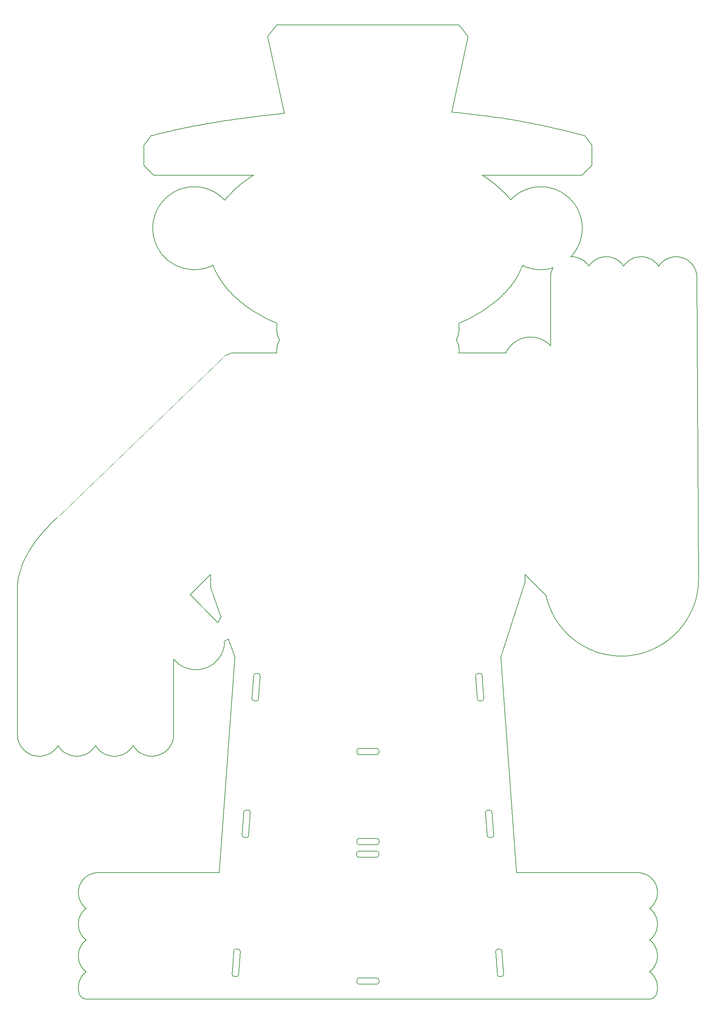
<source format=gbr>
G04 #@! TF.GenerationSoftware,KiCad,Pcbnew,(5.1.10)-1*
G04 #@! TF.CreationDate,2021-11-11T13:48:34+02:00*
G04 #@! TF.ProjectId,airguard_v1,61697267-7561-4726-945f-76312e6b6963,rev?*
G04 #@! TF.SameCoordinates,Original*
G04 #@! TF.FileFunction,Profile,NP*
%FSLAX46Y46*%
G04 Gerber Fmt 4.6, Leading zero omitted, Abs format (unit mm)*
G04 Created by KiCad (PCBNEW (5.1.10)-1) date 2021-11-11 13:48:34*
%MOMM*%
%LPD*%
G01*
G04 APERTURE LIST*
G04 #@! TA.AperFunction,Profile*
%ADD10C,0.050000*%
G04 #@! TD*
G04 #@! TA.AperFunction,Profile*
%ADD11C,0.200000*%
G04 #@! TD*
G04 APERTURE END LIST*
D10*
X49015170Y-148343158D02*
X90695313Y-108149918D01*
D11*
X93519499Y-262339335D02*
X92921063Y-262296030D01*
X94473029Y-256091900D02*
X94054281Y-261876738D01*
X96509427Y-221034529D02*
X95910993Y-220991210D01*
X128389289Y-231190833D02*
G75*
G02*
X128889289Y-231690833I0J-500000D01*
G01*
X94010433Y-255557106D02*
G75*
G02*
X94473029Y-256091900I-36099J-498695D01*
G01*
X92877205Y-255976383D02*
G75*
G02*
X93411999Y-255513787I498695J-36099D01*
G01*
X128889289Y-232190833D02*
X128889289Y-231690833D01*
X123389289Y-231690833D02*
G75*
G02*
X123889289Y-231190833I500000J0D01*
G01*
X123389289Y-232190833D02*
X123389289Y-231690833D01*
X92921064Y-262296031D02*
G75*
G02*
X92458455Y-261761235I36087J498697D01*
G01*
X128889289Y-232190833D02*
G75*
G02*
X128389289Y-232690833I-500000J0D01*
G01*
X94010433Y-255557106D02*
X93411999Y-255513787D01*
X148786513Y-107455215D02*
X160442649Y-107455215D01*
X160442649Y-107455215D02*
X160537142Y-107259448D01*
X160537142Y-107259448D02*
X160638271Y-107066226D01*
X160638271Y-107066226D02*
X160746042Y-106875715D01*
X160746042Y-106875715D02*
X160860459Y-106688080D01*
X160860459Y-106688080D02*
X160981527Y-106503485D01*
X160981527Y-106503485D02*
X161109253Y-106322096D01*
X161109253Y-106322096D02*
X161243640Y-106144079D01*
X161243640Y-106144079D02*
X161384694Y-105969598D01*
X161384694Y-105969598D02*
X161532420Y-105798818D01*
X161532420Y-105798818D02*
X161686823Y-105631906D01*
X161686823Y-105631906D02*
X161793471Y-105522861D01*
X123889289Y-232690833D02*
X128389289Y-232690833D01*
X95376199Y-221453806D02*
X94957449Y-227238658D01*
X96018492Y-227816758D02*
X95420057Y-227773453D01*
X94054282Y-261876737D02*
G75*
G02*
X93519499Y-262339335I-498696J36099D01*
G01*
X92877205Y-255976383D02*
X92458455Y-261761235D01*
X95420057Y-227773453D02*
G75*
G02*
X94957449Y-227238658I36087J498696D01*
G01*
X96553275Y-227354162D02*
G75*
G02*
X96018492Y-227816758I-498695J36100D01*
G01*
X96972023Y-221569323D02*
X96553275Y-227354161D01*
X96509427Y-221034529D02*
G75*
G02*
X96972023Y-221569323I-36099J-498695D01*
G01*
X95376199Y-221453806D02*
G75*
G02*
X95910993Y-220991210I498695J-36099D01*
G01*
X123889289Y-231190833D02*
X128389289Y-231190833D01*
X123889289Y-232690833D02*
G75*
G02*
X123389289Y-232190833I0J500000D01*
G01*
X156427474Y-220991199D02*
G75*
G02*
X156962075Y-221451680I36064J-498698D01*
G01*
X56210596Y-245403901D02*
X55993897Y-245579677D01*
X55993897Y-245579677D02*
X55787522Y-245767155D01*
X55787522Y-245767155D02*
X55591974Y-245965826D01*
X55591974Y-245965826D02*
X55407759Y-246175182D01*
X55407759Y-246175182D02*
X55235381Y-246394716D01*
X55235381Y-246394716D02*
X55075345Y-246623920D01*
X55075345Y-246623920D02*
X54928155Y-246862287D01*
X54928155Y-246862287D02*
X54794317Y-247109309D01*
X54794317Y-247109309D02*
X54674334Y-247364477D01*
X54674334Y-247364477D02*
X54568711Y-247627285D01*
X54568711Y-247627285D02*
X54477954Y-247897225D01*
X54477954Y-247897225D02*
X54402566Y-248173789D01*
X54402566Y-248173789D02*
X54343053Y-248456470D01*
X54343053Y-248456470D02*
X54299919Y-248744759D01*
X54299919Y-248744759D02*
X54273668Y-249038149D01*
X54273668Y-249038149D02*
X54264806Y-249336133D01*
X88487007Y-184066732D02*
X88730692Y-183810884D01*
X88730692Y-183810884D02*
X88960097Y-183545180D01*
X88960097Y-183545180D02*
X89175023Y-183270100D01*
X89175023Y-183270100D02*
X89375270Y-182986123D01*
X89375270Y-182986123D02*
X89560641Y-182693729D01*
X89560641Y-182693729D02*
X89730935Y-182393396D01*
X89730935Y-182393396D02*
X89885954Y-182085604D01*
X89885954Y-182085604D02*
X90025500Y-181770834D01*
X90025500Y-181770834D02*
X90149373Y-181449563D01*
X90149373Y-181449563D02*
X90257375Y-181122271D01*
X90257375Y-181122271D02*
X90349306Y-180789439D01*
X90349306Y-180789439D02*
X90424969Y-180451545D01*
X90424969Y-180451545D02*
X90484164Y-180109069D01*
X90484164Y-180109069D02*
X90526692Y-179762489D01*
X90526692Y-179762489D02*
X90552355Y-179412287D01*
X90552355Y-179412287D02*
X90560954Y-179058941D01*
X88893873Y-174500390D02*
X89691412Y-173093413D01*
X90558543Y-179010709D02*
X91578291Y-178521506D01*
X78478315Y-184074311D02*
X78734009Y-184317238D01*
X78734009Y-184317238D02*
X78999512Y-184545919D01*
X78999512Y-184545919D02*
X79274347Y-184760156D01*
X79274347Y-184760156D02*
X79558034Y-184959754D01*
X79558034Y-184959754D02*
X79850097Y-185144515D01*
X79850097Y-185144515D02*
X80150057Y-185314242D01*
X80150057Y-185314242D02*
X80457437Y-185468739D01*
X80457437Y-185468739D02*
X80771758Y-185607809D01*
X80771758Y-185607809D02*
X81092542Y-185731254D01*
X81092542Y-185731254D02*
X81419313Y-185838879D01*
X81419313Y-185838879D02*
X81751591Y-185930486D01*
X81751591Y-185930486D02*
X82088899Y-186005878D01*
X82088899Y-186005878D02*
X82430758Y-186064860D01*
X82430758Y-186064860D02*
X82776692Y-186107233D01*
X82776692Y-186107233D02*
X83126222Y-186132801D01*
X83126222Y-186132801D02*
X83478871Y-186141368D01*
X155393185Y-221567331D02*
G75*
G02*
X155855817Y-221032540I498696J36093D01*
G01*
X87138596Y-165750537D02*
X87138596Y-162458404D01*
X154507767Y-187540378D02*
X154951091Y-193323430D01*
X77941914Y-202205848D02*
X77941914Y-183548589D01*
X153973164Y-187079897D02*
G75*
G02*
X154507767Y-187540378I36065J-498699D01*
G01*
X152938877Y-187656029D02*
G75*
G02*
X153401509Y-187121238I498696J36093D01*
G01*
X152938877Y-187656029D02*
X153357553Y-193440898D01*
X89272489Y-236520377D02*
X59216098Y-236520377D01*
X87138596Y-162458404D02*
X82078440Y-167552322D01*
X156962075Y-221451680D02*
X157405400Y-227234732D01*
X54264806Y-241471669D02*
X54273668Y-241769644D01*
X54273668Y-241769644D02*
X54299919Y-242063014D01*
X54299919Y-242063014D02*
X54343053Y-242351272D01*
X54343053Y-242351272D02*
X54402566Y-242633914D01*
X54402566Y-242633914D02*
X54477954Y-242910436D01*
X54477954Y-242910436D02*
X54568711Y-243180333D01*
X54568711Y-243180333D02*
X54674334Y-243443101D01*
X54674334Y-243443101D02*
X54794317Y-243698234D01*
X54794317Y-243698234D02*
X54928155Y-243945227D01*
X54928155Y-243945227D02*
X55075345Y-244183578D01*
X55075345Y-244183578D02*
X55235381Y-244412779D01*
X55235381Y-244412779D02*
X55407759Y-244632328D01*
X55407759Y-244632328D02*
X55591974Y-244841719D01*
X55591974Y-244841719D02*
X55787522Y-245040448D01*
X55787522Y-245040448D02*
X55993897Y-245228010D01*
X55993897Y-245228010D02*
X56210596Y-245403901D01*
X123919289Y-207210833D02*
X128419289Y-207210833D01*
X123419289Y-206210833D02*
G75*
G02*
X123919289Y-205710833I500000J0D01*
G01*
X56210596Y-261132140D02*
X55993954Y-261308030D01*
X55993954Y-261308030D02*
X55787621Y-261495592D01*
X55787621Y-261495592D02*
X55592102Y-261694320D01*
X55592102Y-261694320D02*
X55407905Y-261903712D01*
X55407905Y-261903712D02*
X55235534Y-262123260D01*
X55235534Y-262123260D02*
X55075497Y-262352462D01*
X55075497Y-262352462D02*
X54928298Y-262590812D01*
X54928298Y-262590812D02*
X54794446Y-262837806D01*
X54794446Y-262837806D02*
X54674445Y-263092939D01*
X54674445Y-263092939D02*
X54568802Y-263355706D01*
X54568802Y-263355706D02*
X54478023Y-263625603D01*
X54478023Y-263625603D02*
X54402615Y-263902125D01*
X54402615Y-263902125D02*
X54343082Y-264184768D01*
X54343082Y-264184768D02*
X54299933Y-264473026D01*
X54299933Y-264473026D02*
X54273672Y-264766396D01*
X54273672Y-264766396D02*
X54264806Y-265064372D01*
X90560954Y-179058941D02*
X90558543Y-179010709D01*
X88498031Y-174062174D02*
X88638903Y-174209401D01*
X88638903Y-174209401D02*
X88774210Y-174360505D01*
X88774210Y-174360505D02*
X88893873Y-174500390D01*
X128919289Y-206710833D02*
X128919289Y-206210833D01*
X91578291Y-178521506D02*
X93144776Y-183026313D01*
X77941914Y-183548589D02*
X78478315Y-184074311D01*
X128419289Y-205710833D02*
G75*
G02*
X128919289Y-206210833I0J-500000D01*
G01*
X156346650Y-227814803D02*
G75*
G02*
X155811862Y-227352199I-36092J498696D01*
G01*
X82078440Y-167552322D02*
X88498031Y-174062174D01*
X59216098Y-236520377D02*
X58961712Y-236526830D01*
X58961712Y-236526830D02*
X58710620Y-236545983D01*
X58710620Y-236545983D02*
X58463134Y-236577521D01*
X58463134Y-236577521D02*
X58219569Y-236621131D01*
X58219569Y-236621131D02*
X57980237Y-236676500D01*
X57980237Y-236676500D02*
X57745454Y-236743314D01*
X57745454Y-236743314D02*
X57515531Y-236821261D01*
X57515531Y-236821261D02*
X57290784Y-236910028D01*
X57290784Y-236910028D02*
X57071525Y-237009300D01*
X57071525Y-237009300D02*
X56858069Y-237118764D01*
X56858069Y-237118764D02*
X56650728Y-237238108D01*
X56650728Y-237238108D02*
X56449817Y-237367018D01*
X56449817Y-237367018D02*
X56255649Y-237505181D01*
X56255649Y-237505181D02*
X56068538Y-237652284D01*
X56068538Y-237652284D02*
X55888798Y-237808012D01*
X55888798Y-237808012D02*
X55716741Y-237972054D01*
X55716741Y-237972054D02*
X55552682Y-238144095D01*
X55552682Y-238144095D02*
X55396935Y-238323823D01*
X55396935Y-238323823D02*
X55249813Y-238510924D01*
X55249813Y-238510924D02*
X55111629Y-238705086D01*
X55111629Y-238705086D02*
X54982698Y-238905993D01*
X54982698Y-238905993D02*
X54863332Y-239113335D01*
X54863332Y-239113335D02*
X54753846Y-239326796D01*
X54753846Y-239326796D02*
X54654554Y-239546064D01*
X54654554Y-239546064D02*
X54565768Y-239770826D01*
X54565768Y-239770826D02*
X54487802Y-240000769D01*
X54487802Y-240000769D02*
X54420971Y-240235578D01*
X54420971Y-240235578D02*
X54365588Y-240474942D01*
X54365588Y-240474942D02*
X54321966Y-240718546D01*
X54321966Y-240718546D02*
X54290419Y-240966077D01*
X54290419Y-240966077D02*
X54271261Y-241217222D01*
X54271261Y-241217222D02*
X54264806Y-241471669D01*
X83478871Y-186141368D02*
X83832157Y-186132761D01*
X83832157Y-186132761D02*
X84182307Y-186107077D01*
X84182307Y-186107077D02*
X84528844Y-186064514D01*
X84528844Y-186064514D02*
X84871287Y-186005276D01*
X84871287Y-186005276D02*
X85209158Y-185929561D01*
X85209158Y-185929561D02*
X85541978Y-185837571D01*
X85541978Y-185837571D02*
X85869268Y-185729507D01*
X85869268Y-185729507D02*
X86190549Y-185605569D01*
X86190549Y-185605569D02*
X86505342Y-185465959D01*
X86505342Y-185465959D02*
X86813168Y-185310878D01*
X86813168Y-185310878D02*
X87113549Y-185140525D01*
X87113549Y-185140525D02*
X87406005Y-184955103D01*
X87406005Y-184955103D02*
X87690058Y-184754812D01*
X87690058Y-184754812D02*
X87965229Y-184539852D01*
X87965229Y-184539852D02*
X88231038Y-184310425D01*
X88231038Y-184310425D02*
X88487007Y-184066732D01*
X156427474Y-220991200D02*
X155855817Y-221032540D01*
X154488647Y-193860344D02*
X153892342Y-193903501D01*
X155393186Y-221567330D02*
X155811862Y-227352199D01*
X156942955Y-227771645D02*
X156346650Y-227814802D01*
X154951091Y-193323430D02*
G75*
G02*
X154488647Y-193860344I-498537J-38218D01*
G01*
X89691412Y-173093413D02*
X87138596Y-165750537D01*
X93144776Y-183026313D02*
X89272489Y-236520377D01*
X153973165Y-187079898D02*
X153401509Y-187121238D01*
X128919289Y-206710833D02*
G75*
G02*
X128419289Y-207210833I-500000J0D01*
G01*
X54264806Y-257200597D02*
X54273672Y-257498572D01*
X54273672Y-257498572D02*
X54299933Y-257791940D01*
X54299933Y-257791940D02*
X54343082Y-258080195D01*
X54343082Y-258080195D02*
X54402615Y-258362831D01*
X54402615Y-258362831D02*
X54478023Y-258639343D01*
X54478023Y-258639343D02*
X54568802Y-258909225D01*
X54568802Y-258909225D02*
X54674445Y-259171971D01*
X54674445Y-259171971D02*
X54794446Y-259427075D01*
X54794446Y-259427075D02*
X54928298Y-259674032D01*
X54928298Y-259674032D02*
X55075497Y-259912337D01*
X55075497Y-259912337D02*
X55235534Y-260141483D01*
X55235534Y-260141483D02*
X55407905Y-260360965D01*
X55407905Y-260360965D02*
X55592102Y-260570278D01*
X55592102Y-260570278D02*
X55787621Y-260768914D01*
X55787621Y-260768914D02*
X55993954Y-260956370D01*
X55993954Y-260956370D02*
X56210596Y-261132140D01*
X56210596Y-253267676D02*
X55993897Y-253443566D01*
X55993897Y-253443566D02*
X55787522Y-253631129D01*
X55787522Y-253631129D02*
X55591974Y-253829861D01*
X55591974Y-253829861D02*
X55407759Y-254039258D01*
X55407759Y-254039258D02*
X55235381Y-254258817D01*
X55235381Y-254258817D02*
X55075345Y-254488034D01*
X55075345Y-254488034D02*
X54928155Y-254726406D01*
X54928155Y-254726406D02*
X54794317Y-254973428D01*
X54794317Y-254973428D02*
X54674334Y-255228597D01*
X54674334Y-255228597D02*
X54568711Y-255491410D01*
X54568711Y-255491410D02*
X54477954Y-255761363D01*
X54477954Y-255761363D02*
X54402566Y-256037952D01*
X54402566Y-256037952D02*
X54343053Y-256320673D01*
X54343053Y-256320673D02*
X54299919Y-256609024D01*
X54299919Y-256609024D02*
X54273668Y-256902499D01*
X54273668Y-256902499D02*
X54264806Y-257200597D01*
X54264806Y-249336133D02*
X54273668Y-249633995D01*
X54273668Y-249633995D02*
X54299919Y-249927278D01*
X54299919Y-249927278D02*
X54343053Y-250215475D01*
X54343053Y-250215475D02*
X54402566Y-250498077D01*
X54402566Y-250498077D02*
X54477954Y-250774574D01*
X54477954Y-250774574D02*
X54568711Y-251044458D01*
X54568711Y-251044458D02*
X54674334Y-251307221D01*
X54674334Y-251307221D02*
X54794317Y-251562353D01*
X54794317Y-251562353D02*
X54928155Y-251809346D01*
X54928155Y-251809346D02*
X55075345Y-252047691D01*
X55075345Y-252047691D02*
X55235381Y-252276880D01*
X55235381Y-252276880D02*
X55407759Y-252496404D01*
X55407759Y-252496404D02*
X55591974Y-252705754D01*
X55591974Y-252705754D02*
X55787522Y-252904422D01*
X55787522Y-252904422D02*
X55993897Y-253091899D01*
X55993897Y-253091899D02*
X56210596Y-253267676D01*
X123419289Y-206710833D02*
X123419289Y-206210833D01*
X123919289Y-207210833D02*
G75*
G02*
X123419289Y-206710833I0J500000D01*
G01*
X123919289Y-205710833D02*
X128419289Y-205710833D01*
X157405400Y-227234732D02*
G75*
G02*
X156942955Y-227771645I-498537J-38217D01*
G01*
X72347768Y-53584085D02*
X70581468Y-55909007D01*
X101237994Y-28936839D02*
X105424474Y-48008714D01*
X151100928Y-28936839D02*
X148743105Y-26005407D01*
X176736917Y-83601546D02*
X176571897Y-83603958D01*
X179343477Y-63339045D02*
X181757110Y-60925411D01*
X161606058Y-69490607D02*
X161468596Y-69319151D01*
X161468596Y-69319151D02*
X161328935Y-69148436D01*
X161328935Y-69148436D02*
X161187077Y-68978465D01*
X161187077Y-68978465D02*
X161043027Y-68809242D01*
X161043027Y-68809242D02*
X160896786Y-68640769D01*
X160896786Y-68640769D02*
X160748358Y-68473050D01*
X160748358Y-68473050D02*
X160597746Y-68306089D01*
X160597746Y-68306089D02*
X160444953Y-68139890D01*
X160444953Y-68139890D02*
X160289981Y-67974455D01*
X160289981Y-67974455D02*
X160132835Y-67809788D01*
X160132835Y-67809788D02*
X159973517Y-67645894D01*
X159973517Y-67645894D02*
X159812029Y-67482774D01*
X159812029Y-67482774D02*
X159648376Y-67320434D01*
X159648376Y-67320434D02*
X159482560Y-67158876D01*
X159482560Y-67158876D02*
X159314584Y-66998103D01*
X159314584Y-66998103D02*
X159144451Y-66838120D01*
X159144451Y-66838120D02*
X158972164Y-66678930D01*
X158972164Y-66678930D02*
X158797726Y-66520536D01*
X158797726Y-66520536D02*
X158621140Y-66362942D01*
X158621140Y-66362942D02*
X158442410Y-66206151D01*
X158442410Y-66206151D02*
X158261538Y-66050167D01*
X158261538Y-66050167D02*
X158078527Y-65894993D01*
X158078527Y-65894993D02*
X157893381Y-65740633D01*
X157893381Y-65740633D02*
X157706102Y-65587090D01*
X157706102Y-65587090D02*
X157516693Y-65434368D01*
X157516693Y-65434368D02*
X157325158Y-65282471D01*
X157325158Y-65282471D02*
X157131499Y-65131401D01*
X157131499Y-65131401D02*
X156935719Y-64981163D01*
X156935719Y-64981163D02*
X156737822Y-64831759D01*
X156737822Y-64831759D02*
X156537811Y-64683194D01*
X156537811Y-64683194D02*
X156335688Y-64535471D01*
X156335688Y-64535471D02*
X156131457Y-64388593D01*
X181757110Y-55909007D02*
X179989776Y-53583740D01*
X44566173Y-207626362D02*
X44934206Y-207614003D01*
X44934206Y-207614003D02*
X45295705Y-207577461D01*
X45295705Y-207577461D02*
X45649874Y-207517534D01*
X45649874Y-207517534D02*
X45995920Y-207435019D01*
X45995920Y-207435019D02*
X46333047Y-207330715D01*
X46333047Y-207330715D02*
X46660461Y-207205420D01*
X46660461Y-207205420D02*
X46977369Y-207059934D01*
X46977369Y-207059934D02*
X47282975Y-206895054D01*
X47282975Y-206895054D02*
X47576486Y-206711578D01*
X47576486Y-206711578D02*
X47857107Y-206510305D01*
X47857107Y-206510305D02*
X48124044Y-206292033D01*
X48124044Y-206292033D02*
X48376502Y-206057562D01*
X48376502Y-206057562D02*
X48613688Y-205807688D01*
X48613688Y-205807688D02*
X48834806Y-205543210D01*
X48834806Y-205543210D02*
X49039063Y-205264927D01*
X49039063Y-205264927D02*
X49225665Y-204973638D01*
X103517958Y-106831997D02*
X103522068Y-107047747D01*
X103522068Y-107047747D02*
X103534231Y-107262020D01*
X103534231Y-107262020D02*
X103552065Y-107455215D01*
X87721851Y-85691513D02*
X87935533Y-86242559D01*
X87935533Y-86242559D02*
X88169444Y-86789089D01*
X88169444Y-86789089D02*
X88423398Y-87330921D01*
X88423398Y-87330921D02*
X88697215Y-87867874D01*
X88697215Y-87867874D02*
X88990710Y-88399767D01*
X88990710Y-88399767D02*
X89303702Y-88926420D01*
X89303702Y-88926420D02*
X89636007Y-89447651D01*
X89636007Y-89447651D02*
X89987442Y-89963280D01*
X89987442Y-89963280D02*
X90357825Y-90473126D01*
X90357825Y-90473126D02*
X90746973Y-90977008D01*
X90746973Y-90977008D02*
X91154703Y-91474744D01*
X91154703Y-91474744D02*
X91580833Y-91966154D01*
X91580833Y-91966154D02*
X92025178Y-92451057D01*
X92025178Y-92451057D02*
X92487558Y-92929272D01*
X92487558Y-92929272D02*
X92967788Y-93400619D01*
X92967788Y-93400619D02*
X93465686Y-93864916D01*
X93465686Y-93864916D02*
X93981069Y-94321982D01*
X93981069Y-94321982D02*
X94513755Y-94771636D01*
X94513755Y-94771636D02*
X95063561Y-95213698D01*
X95063561Y-95213698D02*
X95630303Y-95647987D01*
X95630303Y-95647987D02*
X96213799Y-96074321D01*
X96213799Y-96074321D02*
X96813866Y-96492520D01*
X96813866Y-96492520D02*
X97430322Y-96902403D01*
X97430322Y-96902403D02*
X98062983Y-97303788D01*
X98062983Y-97303788D02*
X98711667Y-97696496D01*
X98711667Y-97696496D02*
X99376191Y-98080345D01*
X99376191Y-98080345D02*
X100056372Y-98455154D01*
X100056372Y-98455154D02*
X100752027Y-98820742D01*
X100752027Y-98820742D02*
X101462974Y-99176928D01*
X101462974Y-99176928D02*
X102189029Y-99523532D01*
X102189029Y-99523532D02*
X102930010Y-99860373D01*
X102930010Y-99860373D02*
X103685735Y-100187269D01*
X72747744Y-76528593D02*
X72761156Y-77057169D01*
X72761156Y-77057169D02*
X72800958Y-77578899D01*
X72800958Y-77578899D02*
X72866498Y-78093131D01*
X72866498Y-78093131D02*
X72957126Y-78599214D01*
X72957126Y-78599214D02*
X73072189Y-79096495D01*
X73072189Y-79096495D02*
X73211037Y-79584325D01*
X73211037Y-79584325D02*
X73373018Y-80062050D01*
X73373018Y-80062050D02*
X73557481Y-80529021D01*
X73557481Y-80529021D02*
X73763774Y-80984585D01*
X73763774Y-80984585D02*
X73991245Y-81428090D01*
X73991245Y-81428090D02*
X74239245Y-81858886D01*
X74239245Y-81858886D02*
X74507120Y-82276321D01*
X74507120Y-82276321D02*
X74794220Y-82679744D01*
X74794220Y-82679744D02*
X75099893Y-83068503D01*
X75099893Y-83068503D02*
X75423489Y-83441946D01*
X75423489Y-83441946D02*
X75764355Y-83799423D01*
X75764355Y-83799423D02*
X76121840Y-84140281D01*
X76121840Y-84140281D02*
X76495293Y-84463870D01*
X76495293Y-84463870D02*
X76884063Y-84769538D01*
X76884063Y-84769538D02*
X77287497Y-85056633D01*
X77287497Y-85056633D02*
X77704946Y-85324504D01*
X77704946Y-85324504D02*
X78135756Y-85572500D01*
X78135756Y-85572500D02*
X78579278Y-85799969D01*
X78579278Y-85799969D02*
X79034859Y-86006259D01*
X79034859Y-86006259D02*
X79501849Y-86190720D01*
X79501849Y-86190720D02*
X79979595Y-86352700D01*
X79979595Y-86352700D02*
X80467446Y-86491547D01*
X80467446Y-86491547D02*
X80964752Y-86606610D01*
X80964752Y-86606610D02*
X81470860Y-86697237D01*
X81470860Y-86697237D02*
X81985120Y-86762777D01*
X81985120Y-86762777D02*
X82506879Y-86802579D01*
X82506879Y-86802579D02*
X83035488Y-86815992D01*
X176571897Y-83603958D02*
X176734074Y-83429089D01*
X176734074Y-83429089D02*
X176892217Y-83250505D01*
X176892217Y-83250505D02*
X177046254Y-83068280D01*
X177046254Y-83068280D02*
X177196111Y-82882487D01*
X177196111Y-82882487D02*
X177341715Y-82693198D01*
X177341715Y-82693198D02*
X177482993Y-82500488D01*
X177482993Y-82500488D02*
X177619871Y-82304428D01*
X177619871Y-82304428D02*
X177752278Y-82105093D01*
X177752278Y-82105093D02*
X177880139Y-81902555D01*
X177880139Y-81902555D02*
X178003381Y-81696888D01*
X178003381Y-81696888D02*
X178121932Y-81488165D01*
X178121932Y-81488165D02*
X178235718Y-81276459D01*
X178235718Y-81276459D02*
X178344667Y-81061842D01*
X178344667Y-81061842D02*
X178448704Y-80844390D01*
X178448704Y-80844390D02*
X178547757Y-80624174D01*
X178547757Y-80624174D02*
X178641753Y-80401267D01*
X178641753Y-80401267D02*
X178730619Y-80175743D01*
X178730619Y-80175743D02*
X178814281Y-79947676D01*
X178814281Y-79947676D02*
X178892667Y-79717137D01*
X178892667Y-79717137D02*
X178965703Y-79484201D01*
X178965703Y-79484201D02*
X179033317Y-79248941D01*
X179033317Y-79248941D02*
X179095434Y-79011429D01*
X179095434Y-79011429D02*
X179151983Y-78771740D01*
X179151983Y-78771740D02*
X179202890Y-78529945D01*
X179202890Y-78529945D02*
X179248081Y-78286119D01*
X179248081Y-78286119D02*
X179287484Y-78040334D01*
X179287484Y-78040334D02*
X179321026Y-77792664D01*
X179321026Y-77792664D02*
X179348633Y-77543181D01*
X179348633Y-77543181D02*
X179370232Y-77291960D01*
X179370232Y-77291960D02*
X179385751Y-77039072D01*
X179385751Y-77039072D02*
X179395116Y-76784592D01*
X179395116Y-76784592D02*
X179398254Y-76528593D01*
X70581468Y-60925411D02*
X72995101Y-63339045D01*
X177078326Y-83612743D02*
X176875552Y-83603461D01*
X176875552Y-83603461D02*
X176736917Y-83601546D01*
X83035488Y-66241021D02*
X82506879Y-66254432D01*
X82506879Y-66254432D02*
X81985120Y-66294233D01*
X81985120Y-66294233D02*
X81470860Y-66359771D01*
X81470860Y-66359771D02*
X80964752Y-66450396D01*
X80964752Y-66450396D02*
X80467446Y-66565455D01*
X80467446Y-66565455D02*
X79979595Y-66704298D01*
X79979595Y-66704298D02*
X79501849Y-66866274D01*
X79501849Y-66866274D02*
X79034859Y-67050731D01*
X79034859Y-67050731D02*
X78579278Y-67257018D01*
X78579278Y-67257018D02*
X78135756Y-67484483D01*
X78135756Y-67484483D02*
X77704946Y-67732475D01*
X77704946Y-67732475D02*
X77287497Y-68000343D01*
X77287497Y-68000343D02*
X76884063Y-68287435D01*
X76884063Y-68287435D02*
X76495293Y-68593101D01*
X76495293Y-68593101D02*
X76121840Y-68916688D01*
X76121840Y-68916688D02*
X75764355Y-69257546D01*
X75764355Y-69257546D02*
X75423489Y-69615023D01*
X75423489Y-69615023D02*
X75099893Y-69988469D01*
X75099893Y-69988469D02*
X74794220Y-70377230D01*
X74794220Y-70377230D02*
X74507120Y-70780657D01*
X74507120Y-70780657D02*
X74239245Y-71198098D01*
X74239245Y-71198098D02*
X73991245Y-71628902D01*
X73991245Y-71628902D02*
X73763774Y-72072417D01*
X73763774Y-72072417D02*
X73557481Y-72527992D01*
X73557481Y-72527992D02*
X73373018Y-72994975D01*
X73373018Y-72994975D02*
X73211037Y-73472716D01*
X73211037Y-73472716D02*
X73072189Y-73960563D01*
X73072189Y-73960563D02*
X72957126Y-74457865D01*
X72957126Y-74457865D02*
X72866498Y-74963970D01*
X72866498Y-74963970D02*
X72800958Y-75478227D01*
X72800958Y-75478227D02*
X72761156Y-75999985D01*
X72761156Y-75999985D02*
X72747744Y-76528593D01*
X97766027Y-63339045D02*
X97548019Y-63478482D01*
X97548019Y-63478482D02*
X97331702Y-63619039D01*
X97331702Y-63619039D02*
X97117090Y-63760718D01*
X97117090Y-63760718D02*
X96904193Y-63903523D01*
X96904193Y-63903523D02*
X96693024Y-64047459D01*
X96693024Y-64047459D02*
X96483595Y-64192529D01*
X96483595Y-64192529D02*
X96275918Y-64338737D01*
X96275918Y-64338737D02*
X96070006Y-64486089D01*
X181757110Y-60925411D02*
X181757110Y-55909007D01*
X179398254Y-76528593D02*
X179384842Y-75999985D01*
X179384842Y-75999985D02*
X179345043Y-75478227D01*
X179345043Y-75478227D02*
X179279507Y-74963970D01*
X179279507Y-74963970D02*
X179188885Y-74457865D01*
X179188885Y-74457865D02*
X179073829Y-73960563D01*
X179073829Y-73960563D02*
X178934989Y-73472716D01*
X178934989Y-73472716D02*
X178773017Y-72994975D01*
X178773017Y-72994975D02*
X178588564Y-72527992D01*
X178588564Y-72527992D02*
X178382282Y-72072417D01*
X178382282Y-72072417D02*
X178154821Y-71628902D01*
X178154821Y-71628902D02*
X177906832Y-71198098D01*
X177906832Y-71198098D02*
X177638968Y-70780657D01*
X177638968Y-70780657D02*
X177351878Y-70377230D01*
X177351878Y-70377230D02*
X177046214Y-69988469D01*
X177046214Y-69988469D02*
X176722628Y-69615023D01*
X176722628Y-69615023D02*
X176381771Y-69257546D01*
X176381771Y-69257546D02*
X176024293Y-68916688D01*
X176024293Y-68916688D02*
X175650846Y-68593101D01*
X175650846Y-68593101D02*
X175262081Y-68287435D01*
X175262081Y-68287435D02*
X174858650Y-68000343D01*
X174858650Y-68000343D02*
X174441203Y-67732475D01*
X174441203Y-67732475D02*
X174010392Y-67484483D01*
X174010392Y-67484483D02*
X173566868Y-67257018D01*
X173566868Y-67257018D02*
X173111282Y-67050731D01*
X173111282Y-67050731D02*
X172644285Y-66866274D01*
X172644285Y-66866274D02*
X172166529Y-66704298D01*
X172166529Y-66704298D02*
X171678664Y-66565455D01*
X171678664Y-66565455D02*
X171181343Y-66450396D01*
X171181343Y-66450396D02*
X170675215Y-66359771D01*
X170675215Y-66359771D02*
X170160933Y-66294233D01*
X170160933Y-66294233D02*
X169639147Y-66254432D01*
X169639147Y-66254432D02*
X169110509Y-66241021D01*
X72521745Y-207626362D02*
X72800208Y-207619295D01*
X72800208Y-207619295D02*
X73075068Y-207598324D01*
X73075068Y-207598324D02*
X73345981Y-207563793D01*
X73345981Y-207563793D02*
X73612604Y-207516043D01*
X73612604Y-207516043D02*
X73874594Y-207455419D01*
X73874594Y-207455419D02*
X74131606Y-207382263D01*
X74131606Y-207382263D02*
X74383297Y-207296919D01*
X74383297Y-207296919D02*
X74629325Y-207199729D01*
X74629325Y-207199729D02*
X74869345Y-207091038D01*
X74869345Y-207091038D02*
X75103014Y-206971188D01*
X75103014Y-206971188D02*
X75329990Y-206840522D01*
X75329990Y-206840522D02*
X75549927Y-206699383D01*
X75549927Y-206699383D02*
X75762484Y-206548115D01*
X75762484Y-206548115D02*
X75967316Y-206387061D01*
X75967316Y-206387061D02*
X76164080Y-206216564D01*
X76164080Y-206216564D02*
X76352433Y-206036966D01*
X76352433Y-206036966D02*
X76532031Y-205848612D01*
X76532031Y-205848612D02*
X76702531Y-205651845D01*
X76702531Y-205651845D02*
X76863589Y-205447007D01*
X76863589Y-205447007D02*
X77014862Y-205234442D01*
X77014862Y-205234442D02*
X77156008Y-205014493D01*
X77156008Y-205014493D02*
X77286681Y-204787503D01*
X77286681Y-204787503D02*
X77406539Y-204553815D01*
X77406539Y-204553815D02*
X77515238Y-204313772D01*
X77515238Y-204313772D02*
X77612436Y-204067719D01*
X77612436Y-204067719D02*
X77697788Y-203815996D01*
X77697788Y-203815996D02*
X77770951Y-203558949D01*
X77770951Y-203558949D02*
X77831582Y-203296920D01*
X77831582Y-203296920D02*
X77879337Y-203030252D01*
X77879337Y-203030252D02*
X77913873Y-202759289D01*
X77913873Y-202759289D02*
X77934846Y-202484373D01*
X77934846Y-202484373D02*
X77941914Y-202205848D01*
X72995101Y-63339045D02*
X97766027Y-63339045D01*
X67862598Y-204974327D02*
X68049081Y-205265608D01*
X68049081Y-205265608D02*
X68253243Y-205543869D01*
X68253243Y-205543869D02*
X68474286Y-205808313D01*
X68474286Y-205808313D02*
X68711415Y-206058143D01*
X68711415Y-206058143D02*
X68963833Y-206292563D01*
X68963833Y-206292563D02*
X69230743Y-206510776D01*
X69230743Y-206510776D02*
X69511350Y-206711987D01*
X69511350Y-206711987D02*
X69804856Y-206895398D01*
X69804856Y-206895398D02*
X70110466Y-207060214D01*
X70110466Y-207060214D02*
X70427383Y-207205638D01*
X70427383Y-207205638D02*
X70754812Y-207330875D01*
X70754812Y-207330875D02*
X71091954Y-207435126D01*
X71091954Y-207435126D02*
X71438015Y-207517597D01*
X71438015Y-207517597D02*
X71792198Y-207577491D01*
X71792198Y-207577491D02*
X72153707Y-207614011D01*
X72153707Y-207614011D02*
X72521745Y-207626362D01*
X169110509Y-66241021D02*
X168838530Y-66244583D01*
X168838530Y-66244583D02*
X168567917Y-66255220D01*
X168567917Y-66255220D02*
X168298774Y-66272856D01*
X168298774Y-66272856D02*
X168031206Y-66297417D01*
X168031206Y-66297417D02*
X167765318Y-66328826D01*
X167765318Y-66328826D02*
X167501217Y-66367009D01*
X167501217Y-66367009D02*
X167239006Y-66411890D01*
X167239006Y-66411890D02*
X166978791Y-66463393D01*
X166978791Y-66463393D02*
X166720678Y-66521445D01*
X166720678Y-66521445D02*
X166464771Y-66585968D01*
X166464771Y-66585968D02*
X166211176Y-66656889D01*
X166211176Y-66656889D02*
X165959998Y-66734132D01*
X165959998Y-66734132D02*
X165711343Y-66817621D01*
X165711343Y-66817621D02*
X165465315Y-66907281D01*
X165465315Y-66907281D02*
X165222019Y-67003037D01*
X165222019Y-67003037D02*
X164981562Y-67104814D01*
X164981562Y-67104814D02*
X164744047Y-67212536D01*
X164744047Y-67212536D02*
X164509581Y-67326128D01*
X164509581Y-67326128D02*
X164278269Y-67445514D01*
X164278269Y-67445514D02*
X164050215Y-67570620D01*
X164050215Y-67570620D02*
X163825526Y-67701371D01*
X163825526Y-67701371D02*
X163604305Y-67837690D01*
X163604305Y-67837690D02*
X163386659Y-67979503D01*
X163386659Y-67979503D02*
X163172693Y-68126734D01*
X163172693Y-68126734D02*
X162962512Y-68279308D01*
X162962512Y-68279308D02*
X162756220Y-68437150D01*
X162756220Y-68437150D02*
X162553924Y-68600184D01*
X162553924Y-68600184D02*
X162355729Y-68768335D01*
X162355729Y-68768335D02*
X162161739Y-68941529D01*
X162161739Y-68941529D02*
X161972061Y-69119688D01*
X161972061Y-69119688D02*
X161786798Y-69302739D01*
X161786798Y-69302739D02*
X161606058Y-69490607D01*
X49225665Y-204973638D02*
X49412209Y-205264927D01*
X49412209Y-205264927D02*
X49616423Y-205543210D01*
X49616423Y-205543210D02*
X49837511Y-205807688D01*
X49837511Y-205807688D02*
X50074676Y-206057562D01*
X50074676Y-206057562D02*
X50327122Y-206292033D01*
X50327122Y-206292033D02*
X50594053Y-206510305D01*
X50594053Y-206510305D02*
X50874671Y-206711578D01*
X50874671Y-206711578D02*
X51168182Y-206895054D01*
X51168182Y-206895054D02*
X51473788Y-207059934D01*
X51473788Y-207059934D02*
X51790693Y-207205420D01*
X51790693Y-207205420D02*
X52118101Y-207330715D01*
X52118101Y-207330715D02*
X52455216Y-207435019D01*
X52455216Y-207435019D02*
X52801240Y-207517534D01*
X52801240Y-207517534D02*
X53155379Y-207577461D01*
X53155379Y-207577461D02*
X53516834Y-207614003D01*
X53516834Y-207614003D02*
X53884812Y-207626362D01*
X92390300Y-107455215D02*
X90695313Y-108149918D01*
X105424474Y-48008714D02*
X103608179Y-48187908D01*
X103608179Y-48187908D02*
X101831925Y-48376118D01*
X101831925Y-48376118D02*
X100096757Y-48572409D01*
X100096757Y-48572409D02*
X98403720Y-48775848D01*
X98403720Y-48775848D02*
X96753860Y-48985502D01*
X96753860Y-48985502D02*
X95148222Y-49200437D01*
X95148222Y-49200437D02*
X93587851Y-49419719D01*
X93587851Y-49419719D02*
X92073792Y-49642416D01*
X92073792Y-49642416D02*
X90607091Y-49867592D01*
X90607091Y-49867592D02*
X89188793Y-50094316D01*
X89188793Y-50094316D02*
X87819942Y-50321652D01*
X87819942Y-50321652D02*
X86501586Y-50548669D01*
X86501586Y-50548669D02*
X85234767Y-50774432D01*
X85234767Y-50774432D02*
X84020533Y-50998007D01*
X84020533Y-50998007D02*
X82859928Y-51218461D01*
X82859928Y-51218461D02*
X81753998Y-51434861D01*
X81753998Y-51434861D02*
X80703787Y-51646273D01*
X80703787Y-51646273D02*
X79710341Y-51851764D01*
X79710341Y-51851764D02*
X78774705Y-52050399D01*
X78774705Y-52050399D02*
X77897925Y-52241246D01*
X77897925Y-52241246D02*
X77081046Y-52423370D01*
X77081046Y-52423370D02*
X76325113Y-52595839D01*
X76325113Y-52595839D02*
X75631170Y-52757719D01*
X75631170Y-52757719D02*
X75000265Y-52908076D01*
X75000265Y-52908076D02*
X74433441Y-53045976D01*
X74433441Y-53045976D02*
X73931744Y-53170487D01*
X73931744Y-53170487D02*
X73496220Y-53280674D01*
X73496220Y-53280674D02*
X73127913Y-53375604D01*
X73127913Y-53375604D02*
X72827869Y-53454344D01*
X72827869Y-53454344D02*
X72597134Y-53515960D01*
X72597134Y-53515960D02*
X72347768Y-53584085D01*
X146976460Y-47724322D02*
X151100928Y-28936839D01*
X39145660Y-202205848D02*
X39152727Y-202484373D01*
X39152727Y-202484373D02*
X39173700Y-202759289D01*
X39173700Y-202759289D02*
X39208237Y-203030252D01*
X39208237Y-203030252D02*
X39255992Y-203296920D01*
X39255992Y-203296920D02*
X39316623Y-203558949D01*
X39316623Y-203558949D02*
X39389788Y-203815996D01*
X39389788Y-203815996D02*
X39475141Y-204067719D01*
X39475141Y-204067719D02*
X39572340Y-204313772D01*
X39572340Y-204313772D02*
X39681042Y-204553815D01*
X39681042Y-204553815D02*
X39800903Y-204787503D01*
X39800903Y-204787503D02*
X39931579Y-205014493D01*
X39931579Y-205014493D02*
X40072729Y-205234442D01*
X40072729Y-205234442D02*
X40224007Y-205447007D01*
X40224007Y-205447007D02*
X40385071Y-205651845D01*
X40385071Y-205651845D02*
X40555578Y-205848612D01*
X40555578Y-205848612D02*
X40735184Y-206036966D01*
X40735184Y-206036966D02*
X40923545Y-206216564D01*
X40923545Y-206216564D02*
X41120319Y-206387061D01*
X41120319Y-206387061D02*
X41325161Y-206548115D01*
X41325161Y-206548115D02*
X41537730Y-206699383D01*
X41537730Y-206699383D02*
X41757681Y-206840522D01*
X41757681Y-206840522D02*
X41984670Y-206971188D01*
X41984670Y-206971188D02*
X42218356Y-207091038D01*
X42218356Y-207091038D02*
X42458393Y-207199729D01*
X42458393Y-207199729D02*
X42704440Y-207296919D01*
X42704440Y-207296919D02*
X42956152Y-207382263D01*
X42956152Y-207382263D02*
X43213186Y-207455419D01*
X43213186Y-207455419D02*
X43475199Y-207516043D01*
X43475199Y-207516043D02*
X43741848Y-207563793D01*
X43741848Y-207563793D02*
X44012788Y-207598324D01*
X44012788Y-207598324D02*
X44287678Y-207619295D01*
X44287678Y-207619295D02*
X44566173Y-207626362D01*
X103552065Y-107455215D02*
X92390300Y-107455215D01*
X103517958Y-101479008D02*
X103524649Y-101755931D01*
X103524649Y-101755931D02*
X103544566Y-102030467D01*
X103544566Y-102030467D02*
X103577472Y-102302228D01*
X103577472Y-102302228D02*
X103623129Y-102570826D01*
X103623129Y-102570826D02*
X103681302Y-102835872D01*
X103681302Y-102835872D02*
X103751753Y-103096977D01*
X103751753Y-103096977D02*
X103834246Y-103353755D01*
X103834246Y-103353755D02*
X103928543Y-103605816D01*
X103928543Y-103605816D02*
X104034409Y-103852771D01*
X104034409Y-103852771D02*
X104151606Y-104094233D01*
X104151606Y-104094233D02*
X104235916Y-104251965D01*
X148743105Y-26005407D02*
X103595473Y-26005407D01*
X154570828Y-63339045D02*
X179343477Y-63339045D01*
X70581468Y-55909007D02*
X70581468Y-60925411D01*
X90649838Y-69591549D02*
X90469369Y-69397799D01*
X90469369Y-69397799D02*
X90284148Y-69209022D01*
X90284148Y-69209022D02*
X90094279Y-69025293D01*
X90094279Y-69025293D02*
X89899866Y-68846690D01*
X89899866Y-68846690D02*
X89701015Y-68673291D01*
X89701015Y-68673291D02*
X89497828Y-68505173D01*
X89497828Y-68505173D02*
X89290411Y-68342413D01*
X89290411Y-68342413D02*
X89078869Y-68185088D01*
X89078869Y-68185088D02*
X88863304Y-68033276D01*
X88863304Y-68033276D02*
X88643822Y-67887054D01*
X88643822Y-67887054D02*
X88420528Y-67746500D01*
X88420528Y-67746500D02*
X88193525Y-67611691D01*
X88193525Y-67611691D02*
X87962919Y-67482704D01*
X87962919Y-67482704D02*
X87728812Y-67359616D01*
X87728812Y-67359616D02*
X87491311Y-67242505D01*
X87491311Y-67242505D02*
X87250519Y-67131449D01*
X87250519Y-67131449D02*
X87006540Y-67026523D01*
X87006540Y-67026523D02*
X86759479Y-66927807D01*
X86759479Y-66927807D02*
X86509441Y-66835377D01*
X86509441Y-66835377D02*
X86256530Y-66749311D01*
X86256530Y-66749311D02*
X86000850Y-66669685D01*
X86000850Y-66669685D02*
X85742505Y-66596578D01*
X85742505Y-66596578D02*
X85481601Y-66530066D01*
X85481601Y-66530066D02*
X85218240Y-66470227D01*
X85218240Y-66470227D02*
X84952529Y-66417138D01*
X84952529Y-66417138D02*
X84684571Y-66370877D01*
X84684571Y-66370877D02*
X84414471Y-66331521D01*
X84414471Y-66331521D02*
X84142333Y-66299147D01*
X84142333Y-66299147D02*
X83868261Y-66273833D01*
X83868261Y-66273833D02*
X83592360Y-66255655D01*
X83592360Y-66255655D02*
X83314734Y-66244692D01*
X83314734Y-66244692D02*
X83035488Y-66241021D01*
X96070006Y-64486089D02*
X95867486Y-64633314D01*
X95867486Y-64633314D02*
X95667075Y-64781368D01*
X95667075Y-64781368D02*
X95468775Y-64930249D01*
X95468775Y-64930249D02*
X95272589Y-65079951D01*
X95272589Y-65079951D02*
X95078521Y-65230473D01*
X95078521Y-65230473D02*
X94886573Y-65381810D01*
X94886573Y-65381810D02*
X94696748Y-65533959D01*
X94696748Y-65533959D02*
X94509049Y-65686917D01*
X94509049Y-65686917D02*
X94323480Y-65840680D01*
X94323480Y-65840680D02*
X94140042Y-65995245D01*
X94140042Y-65995245D02*
X93958740Y-66150608D01*
X93958740Y-66150608D02*
X93779575Y-66306765D01*
X93779575Y-66306765D02*
X93602552Y-66463715D01*
X93602552Y-66463715D02*
X93427672Y-66621452D01*
X93427672Y-66621452D02*
X93254940Y-66779974D01*
X93254940Y-66779974D02*
X93084357Y-66939277D01*
X93084357Y-66939277D02*
X92915927Y-67099357D01*
X92915927Y-67099357D02*
X92749653Y-67260212D01*
X92749653Y-67260212D02*
X92585538Y-67421838D01*
X92585538Y-67421838D02*
X92423585Y-67584231D01*
X92423585Y-67584231D02*
X92263796Y-67747387D01*
X92263796Y-67747387D02*
X92106175Y-67911305D01*
X92106175Y-67911305D02*
X91950724Y-68075979D01*
X91950724Y-68075979D02*
X91797447Y-68241407D01*
X91797447Y-68241407D02*
X91646347Y-68407585D01*
X91646347Y-68407585D02*
X91497426Y-68574510D01*
X91497426Y-68574510D02*
X91350688Y-68742179D01*
X91350688Y-68742179D02*
X91206135Y-68910587D01*
X91206135Y-68910587D02*
X91063771Y-69079731D01*
X91063771Y-69079731D02*
X90923598Y-69249608D01*
X90923598Y-69249608D02*
X90785619Y-69420215D01*
X90785619Y-69420215D02*
X90649838Y-69591549D01*
X179989776Y-53583740D02*
X179016939Y-53316404D01*
X179016939Y-53316404D02*
X178039815Y-53054422D01*
X178039815Y-53054422D02*
X177058453Y-52797801D01*
X177058453Y-52797801D02*
X176072903Y-52546550D01*
X176072903Y-52546550D02*
X175083214Y-52300677D01*
X175083214Y-52300677D02*
X174089434Y-52060189D01*
X174089434Y-52060189D02*
X173091613Y-51825095D01*
X173091613Y-51825095D02*
X172089800Y-51595403D01*
X172089800Y-51595403D02*
X171084044Y-51371120D01*
X171084044Y-51371120D02*
X170074395Y-51152256D01*
X170074395Y-51152256D02*
X169060901Y-50938817D01*
X169060901Y-50938817D02*
X168043612Y-50730813D01*
X168043612Y-50730813D02*
X167022576Y-50528251D01*
X167022576Y-50528251D02*
X165997843Y-50331139D01*
X165997843Y-50331139D02*
X164969462Y-50139485D01*
X164969462Y-50139485D02*
X163937483Y-49953298D01*
X163937483Y-49953298D02*
X162901953Y-49772585D01*
X162901953Y-49772585D02*
X161862923Y-49597355D01*
X161862923Y-49597355D02*
X160820442Y-49427616D01*
X160820442Y-49427616D02*
X159774558Y-49263375D01*
X159774558Y-49263375D02*
X158725321Y-49104641D01*
X158725321Y-49104641D02*
X157672780Y-48951421D01*
X157672780Y-48951421D02*
X156616984Y-48803725D01*
X156616984Y-48803725D02*
X155557982Y-48661560D01*
X155557982Y-48661560D02*
X154495824Y-48524933D01*
X154495824Y-48524933D02*
X153430558Y-48393854D01*
X153430558Y-48393854D02*
X152362234Y-48268330D01*
X152362234Y-48268330D02*
X151290901Y-48148370D01*
X151290901Y-48148370D02*
X150216608Y-48033980D01*
X150216608Y-48033980D02*
X149139404Y-47925171D01*
X149139404Y-47925171D02*
X148059338Y-47821948D01*
X148059338Y-47821948D02*
X146976460Y-47724322D01*
X103595473Y-26005407D02*
X101237994Y-28936839D01*
X156131457Y-64388593D02*
X155941267Y-64254008D01*
X155941267Y-64254008D02*
X155749729Y-64120392D01*
X155749729Y-64120392D02*
X155556818Y-63987745D01*
X155556818Y-63987745D02*
X155362511Y-63856067D01*
X155362511Y-63856067D02*
X155166782Y-63725358D01*
X155166782Y-63725358D02*
X154969608Y-63595618D01*
X154969608Y-63595618D02*
X154770965Y-63466847D01*
X154770965Y-63466847D02*
X154570828Y-63339045D01*
X83035488Y-86815992D02*
X83345842Y-86811406D01*
X83345842Y-86811406D02*
X83654616Y-86797701D01*
X83654616Y-86797701D02*
X83961649Y-86774953D01*
X83961649Y-86774953D02*
X84266781Y-86743241D01*
X84266781Y-86743241D02*
X84569851Y-86702640D01*
X84569851Y-86702640D02*
X84870701Y-86653229D01*
X84870701Y-86653229D02*
X85169170Y-86595084D01*
X85169170Y-86595084D02*
X85465098Y-86528283D01*
X85465098Y-86528283D02*
X85758325Y-86452903D01*
X85758325Y-86452903D02*
X86048691Y-86369021D01*
X86048691Y-86369021D02*
X86336036Y-86276714D01*
X86336036Y-86276714D02*
X86620201Y-86176060D01*
X86620201Y-86176060D02*
X86901024Y-86067135D01*
X86901024Y-86067135D02*
X87178347Y-85950018D01*
X87178347Y-85950018D02*
X87452009Y-85824784D01*
X87452009Y-85824784D02*
X87721851Y-85691513D01*
X63203107Y-207626362D02*
X63571084Y-207614011D01*
X63571084Y-207614011D02*
X63932540Y-207577491D01*
X63932540Y-207577491D02*
X64286680Y-207517597D01*
X64286680Y-207517597D02*
X64632708Y-207435126D01*
X64632708Y-207435126D02*
X64969828Y-207330875D01*
X64969828Y-207330875D02*
X65297243Y-207205638D01*
X65297243Y-207205638D02*
X65614159Y-207060214D01*
X65614159Y-207060214D02*
X65919779Y-206895398D01*
X65919779Y-206895398D02*
X66213308Y-206711987D01*
X66213308Y-206711987D02*
X66493949Y-206510776D01*
X66493949Y-206510776D02*
X66760908Y-206292563D01*
X66760908Y-206292563D02*
X67013387Y-206058143D01*
X67013387Y-206058143D02*
X67250591Y-205808313D01*
X67250591Y-205808313D02*
X67471725Y-205543869D01*
X67471725Y-205543869D02*
X67675993Y-205265608D01*
X67675993Y-205265608D02*
X67862598Y-204974327D01*
X58543959Y-204974327D02*
X58730560Y-205265608D01*
X58730560Y-205265608D02*
X58934816Y-205543869D01*
X58934816Y-205543869D02*
X59155933Y-205808313D01*
X59155933Y-205808313D02*
X59393116Y-206058143D01*
X59393116Y-206058143D02*
X59645569Y-206292563D01*
X59645569Y-206292563D02*
X59912498Y-206510776D01*
X59912498Y-206510776D02*
X60193109Y-206711987D01*
X60193109Y-206711987D02*
X60486605Y-206895398D01*
X60486605Y-206895398D02*
X60792193Y-207060214D01*
X60792193Y-207060214D02*
X61109078Y-207205638D01*
X61109078Y-207205638D02*
X61436465Y-207330875D01*
X61436465Y-207330875D02*
X61773558Y-207435126D01*
X61773558Y-207435126D02*
X62119564Y-207517597D01*
X62119564Y-207517597D02*
X62473687Y-207577491D01*
X62473687Y-207577491D02*
X62835133Y-207614011D01*
X62835133Y-207614011D02*
X63203107Y-207626362D01*
X39158063Y-165128353D02*
X39145660Y-165368820D01*
X53884812Y-207626362D02*
X54252789Y-207614011D01*
X54252789Y-207614011D02*
X54614245Y-207577491D01*
X54614245Y-207577491D02*
X54968383Y-207517597D01*
X54968383Y-207517597D02*
X55314408Y-207435126D01*
X55314408Y-207435126D02*
X55651523Y-207330875D01*
X55651523Y-207330875D02*
X55978931Y-207205638D01*
X55978931Y-207205638D02*
X56295836Y-207060214D01*
X56295836Y-207060214D02*
X56601442Y-206895398D01*
X56601442Y-206895398D02*
X56894953Y-206711987D01*
X56894953Y-206711987D02*
X57175571Y-206510776D01*
X57175571Y-206510776D02*
X57442502Y-206292563D01*
X57442502Y-206292563D02*
X57694947Y-206058143D01*
X57694947Y-206058143D02*
X57932112Y-205808313D01*
X57932112Y-205808313D02*
X58153200Y-205543869D01*
X58153200Y-205543869D02*
X58357414Y-205265608D01*
X58357414Y-205265608D02*
X58543959Y-204974327D01*
X39145660Y-165368820D02*
X39145660Y-202205848D01*
X49015170Y-148343158D02*
X48518704Y-148821132D01*
X48518704Y-148821132D02*
X48031264Y-149299475D01*
X48031264Y-149299475D02*
X47553163Y-149778449D01*
X47553163Y-149778449D02*
X47084713Y-150258320D01*
X47084713Y-150258320D02*
X46626228Y-150739350D01*
X46626228Y-150739350D02*
X46178021Y-151221802D01*
X46178021Y-151221802D02*
X45740406Y-151705941D01*
X45740406Y-151705941D02*
X45313694Y-152192029D01*
X45313694Y-152192029D02*
X44898200Y-152680331D01*
X44898200Y-152680331D02*
X44494237Y-153171110D01*
X44494237Y-153171110D02*
X44102117Y-153664630D01*
X44102117Y-153664630D02*
X43722154Y-154161153D01*
X43722154Y-154161153D02*
X43354662Y-154660944D01*
X43354662Y-154660944D02*
X42999952Y-155164267D01*
X42999952Y-155164267D02*
X42658338Y-155671384D01*
X42658338Y-155671384D02*
X42330134Y-156182559D01*
X42330134Y-156182559D02*
X42015652Y-156698056D01*
X42015652Y-156698056D02*
X41715206Y-157218139D01*
X41715206Y-157218139D02*
X41429109Y-157743070D01*
X41429109Y-157743070D02*
X41157674Y-158273114D01*
X41157674Y-158273114D02*
X40901214Y-158808535D01*
X40901214Y-158808535D02*
X40660042Y-159349594D01*
X40660042Y-159349594D02*
X40434471Y-159896557D01*
X40434471Y-159896557D02*
X40224815Y-160449687D01*
X40224815Y-160449687D02*
X40031386Y-161009247D01*
X40031386Y-161009247D02*
X39854498Y-161575500D01*
X39854498Y-161575500D02*
X39694464Y-162148712D01*
X39694464Y-162148712D02*
X39551597Y-162729144D01*
X39551597Y-162729144D02*
X39426211Y-163317060D01*
X39426211Y-163317060D02*
X39318617Y-163912725D01*
X39318617Y-163912725D02*
X39229130Y-164516401D01*
X39229130Y-164516401D02*
X39158063Y-165128353D01*
X104235916Y-104251965D02*
X104112091Y-104470198D01*
X104112091Y-104470198D02*
X103999129Y-104694514D01*
X103999129Y-104694514D02*
X103897315Y-104924501D01*
X103897315Y-104924501D02*
X103806939Y-105159746D01*
X103806939Y-105159746D02*
X103728287Y-105399837D01*
X103728287Y-105399837D02*
X103661648Y-105644362D01*
X103661648Y-105644362D02*
X103607309Y-105892909D01*
X103607309Y-105892909D02*
X103565559Y-106145066D01*
X103565559Y-106145066D02*
X103536685Y-106400420D01*
X103536685Y-106400420D02*
X103520975Y-106658560D01*
X103520975Y-106658560D02*
X103517958Y-106831997D01*
X103685735Y-100187269D02*
X103638167Y-100383110D01*
X103638167Y-100383110D02*
X103598276Y-100581472D01*
X103598276Y-100581472D02*
X103566220Y-100782149D01*
X103566220Y-100782149D02*
X103542157Y-100984936D01*
X103542157Y-100984936D02*
X103526244Y-101189628D01*
X103526244Y-101189628D02*
X103518638Y-101396020D01*
X103518638Y-101396020D02*
X103517958Y-101479008D01*
X170440316Y-167772808D02*
X170638559Y-168583104D01*
X170638559Y-168583104D02*
X170869970Y-169378230D01*
X170869970Y-169378230D02*
X171133718Y-170157495D01*
X171133718Y-170157495D02*
X171428975Y-170920206D01*
X171428975Y-170920206D02*
X171754913Y-171665671D01*
X171754913Y-171665671D02*
X172110701Y-172393198D01*
X172110701Y-172393198D02*
X172495512Y-173102095D01*
X172495512Y-173102095D02*
X172908517Y-173791669D01*
X172908517Y-173791669D02*
X173348886Y-174461229D01*
X173348886Y-174461229D02*
X173815791Y-175110082D01*
X173815791Y-175110082D02*
X174308404Y-175737536D01*
X174308404Y-175737536D02*
X174825895Y-176342900D01*
X174825895Y-176342900D02*
X175367435Y-176925480D01*
X175367435Y-176925480D02*
X175932196Y-177484585D01*
X175932196Y-177484585D02*
X176519349Y-178019523D01*
X176519349Y-178019523D02*
X177128064Y-178529602D01*
X177128064Y-178529602D02*
X177757514Y-179014128D01*
X177757514Y-179014128D02*
X178406869Y-179472411D01*
X178406869Y-179472411D02*
X179075301Y-179903759D01*
X179075301Y-179903759D02*
X179761981Y-180307478D01*
X179761981Y-180307478D02*
X180466079Y-180682877D01*
X180466079Y-180682877D02*
X181186767Y-181029264D01*
X181186767Y-181029264D02*
X181923216Y-181345947D01*
X181923216Y-181345947D02*
X182674598Y-181632233D01*
X182674598Y-181632233D02*
X183440083Y-181887430D01*
X183440083Y-181887430D02*
X184218843Y-182110847D01*
X184218843Y-182110847D02*
X185010049Y-182301791D01*
X185010049Y-182301791D02*
X185812872Y-182459570D01*
X185812872Y-182459570D02*
X186626483Y-182583492D01*
X186626483Y-182583492D02*
X187450054Y-182672864D01*
X187450054Y-182672864D02*
X188282755Y-182726995D01*
X188282755Y-182726995D02*
X189123758Y-182745193D01*
X196127982Y-245403901D02*
X196344684Y-245228010D01*
X196344684Y-245228010D02*
X196551070Y-245040448D01*
X196551070Y-245040448D02*
X196746634Y-244841719D01*
X196746634Y-244841719D02*
X196930871Y-244632328D01*
X196930871Y-244632328D02*
X197103275Y-244412779D01*
X197103275Y-244412779D02*
X197263341Y-244183578D01*
X197263341Y-244183578D02*
X197410561Y-243945227D01*
X197410561Y-243945227D02*
X197544432Y-243698234D01*
X197544432Y-243698234D02*
X197664447Y-243443101D01*
X197664447Y-243443101D02*
X197770101Y-243180333D01*
X197770101Y-243180333D02*
X197860887Y-242910436D01*
X197860887Y-242910436D02*
X197936301Y-242633914D01*
X197936301Y-242633914D02*
X197995836Y-242351272D01*
X197995836Y-242351272D02*
X198038988Y-242063014D01*
X198038988Y-242063014D02*
X198065249Y-241769644D01*
X198065249Y-241769644D02*
X198074116Y-241471669D01*
X54308214Y-265721696D02*
X54335884Y-265927242D01*
X54335884Y-265927242D02*
X54363554Y-266132789D01*
X54363554Y-266132789D02*
X54376325Y-266227657D01*
X190356758Y-85126173D02*
X190197375Y-85292563D01*
X190197375Y-85292563D02*
X190046234Y-85464671D01*
X190046234Y-85464671D02*
X189903463Y-85642282D01*
X189903463Y-85642282D02*
X189769192Y-85825178D01*
X189769192Y-85825178D02*
X189696333Y-85931981D01*
X202346724Y-83612743D02*
X202037009Y-83642256D01*
X202037009Y-83642256D02*
X201732979Y-83689984D01*
X201732979Y-83689984D02*
X201435151Y-83755366D01*
X201435151Y-83755366D02*
X201144040Y-83837839D01*
X201144040Y-83837839D02*
X200860164Y-83936841D01*
X200860164Y-83936841D02*
X200584040Y-84051811D01*
X200584040Y-84051811D02*
X200316184Y-84182187D01*
X200316184Y-84182187D02*
X200057112Y-84327406D01*
X200057112Y-84327406D02*
X199807343Y-84486907D01*
X199807343Y-84486907D02*
X199567392Y-84660127D01*
X199567392Y-84660127D02*
X199337776Y-84846505D01*
X199337776Y-84846505D02*
X199119013Y-85045480D01*
X199119013Y-85045480D02*
X198911618Y-85256488D01*
X198911618Y-85256488D02*
X198716109Y-85478968D01*
X198716109Y-85478968D02*
X198533002Y-85712358D01*
X198533002Y-85712358D02*
X198362815Y-85956097D01*
X207892983Y-88806741D02*
X207886196Y-88539292D01*
X207886196Y-88539292D02*
X207866058Y-88275310D01*
X207866058Y-88275310D02*
X207832896Y-88015125D01*
X207832896Y-88015125D02*
X207787041Y-87759066D01*
X207787041Y-87759066D02*
X207728822Y-87507462D01*
X207728822Y-87507462D02*
X207658570Y-87260642D01*
X207658570Y-87260642D02*
X207576612Y-87018937D01*
X207576612Y-87018937D02*
X207483280Y-86782674D01*
X207483280Y-86782674D02*
X207378902Y-86552184D01*
X207378902Y-86552184D02*
X207263809Y-86327796D01*
X207263809Y-86327796D02*
X207138329Y-86109839D01*
X207138329Y-86109839D02*
X207002793Y-85898642D01*
X207002793Y-85898642D02*
X206857530Y-85694535D01*
X206857530Y-85694535D02*
X206702870Y-85497847D01*
X206702870Y-85497847D02*
X206539142Y-85308908D01*
X206539142Y-85308908D02*
X206366676Y-85128046D01*
X206366676Y-85128046D02*
X206185801Y-84955591D01*
X206185801Y-84955591D02*
X205996848Y-84791873D01*
X205996848Y-84791873D02*
X205800145Y-84637220D01*
X205800145Y-84637220D02*
X205596022Y-84491962D01*
X205596022Y-84491962D02*
X205384809Y-84356428D01*
X205384809Y-84356428D02*
X205166836Y-84230948D01*
X205166836Y-84230948D02*
X204942432Y-84115851D01*
X204942432Y-84115851D02*
X204711926Y-84011466D01*
X204711926Y-84011466D02*
X204475649Y-83918123D01*
X204475649Y-83918123D02*
X204233930Y-83836150D01*
X204233930Y-83836150D02*
X203987098Y-83765878D01*
X203987098Y-83765878D02*
X203735483Y-83707635D01*
X203735483Y-83707635D02*
X203479415Y-83661751D01*
X203479415Y-83661751D02*
X203219224Y-83628556D01*
X203219224Y-83628556D02*
X202955238Y-83608377D01*
X202955238Y-83608377D02*
X202687788Y-83601546D01*
X163065745Y-236520377D02*
X159194147Y-183026313D01*
X198074116Y-241471669D02*
X198067659Y-241217222D01*
X198067659Y-241217222D02*
X198048498Y-240966077D01*
X198048498Y-240966077D02*
X198016946Y-240718546D01*
X198016946Y-240718546D02*
X197973318Y-240474942D01*
X197973318Y-240474942D02*
X197917926Y-240235578D01*
X197917926Y-240235578D02*
X197851085Y-240000769D01*
X197851085Y-240000769D02*
X197773107Y-239770826D01*
X197773107Y-239770826D02*
X197684308Y-239546064D01*
X197684308Y-239546064D02*
X197585001Y-239326796D01*
X197585001Y-239326796D02*
X197475499Y-239113335D01*
X197475499Y-239113335D02*
X197356115Y-238905993D01*
X197356115Y-238905993D02*
X197227165Y-238705086D01*
X197227165Y-238705086D02*
X197088961Y-238510924D01*
X197088961Y-238510924D02*
X196941817Y-238323823D01*
X196941817Y-238323823D02*
X196786047Y-238144095D01*
X196786047Y-238144095D02*
X196621965Y-237972054D01*
X196621965Y-237972054D02*
X196449884Y-237808012D01*
X196449884Y-237808012D02*
X196270117Y-237652284D01*
X196270117Y-237652284D02*
X196082980Y-237505181D01*
X196082980Y-237505181D02*
X195888785Y-237367018D01*
X195888785Y-237367018D02*
X195687845Y-237238108D01*
X195687845Y-237238108D02*
X195480476Y-237118764D01*
X195480476Y-237118764D02*
X195266990Y-237009300D01*
X195266990Y-237009300D02*
X195047702Y-236910028D01*
X195047702Y-236910028D02*
X194822924Y-236821261D01*
X194822924Y-236821261D02*
X194592971Y-236743314D01*
X194592971Y-236743314D02*
X194358156Y-236676500D01*
X194358156Y-236676500D02*
X194118793Y-236621131D01*
X194118793Y-236621131D02*
X193875196Y-236577521D01*
X193875196Y-236577521D02*
X193627678Y-236545983D01*
X193627678Y-236545983D02*
X193376553Y-236526830D01*
X193376553Y-236526830D02*
X193122136Y-236520377D01*
X161793471Y-105522861D02*
X162037255Y-105290659D01*
X162037255Y-105290659D02*
X162290424Y-105072060D01*
X162290424Y-105072060D02*
X162552522Y-104867252D01*
X162552522Y-104867252D02*
X162823091Y-104676427D01*
X162823091Y-104676427D02*
X163101674Y-104499775D01*
X163101674Y-104499775D02*
X163387814Y-104337486D01*
X163387814Y-104337486D02*
X163681053Y-104189750D01*
X163681053Y-104189750D02*
X163980934Y-104056757D01*
X163980934Y-104056757D02*
X164287000Y-103938698D01*
X164287000Y-103938698D02*
X164598794Y-103835763D01*
X164598794Y-103835763D02*
X164915859Y-103748142D01*
X164915859Y-103748142D02*
X165237737Y-103676026D01*
X165237737Y-103676026D02*
X165563971Y-103619604D01*
X165563971Y-103619604D02*
X165894104Y-103579067D01*
X165894104Y-103579067D02*
X166227679Y-103554606D01*
X166227679Y-103554606D02*
X166564239Y-103546410D01*
X166564239Y-103546410D02*
X166900278Y-103554575D01*
X166900278Y-103554575D02*
X167233329Y-103578947D01*
X167233329Y-103578947D02*
X167562940Y-103619335D01*
X167562940Y-103619335D02*
X167888657Y-103675549D01*
X167888657Y-103675549D02*
X168210028Y-103747401D01*
X168210028Y-103747401D02*
X168526601Y-103834700D01*
X168526601Y-103834700D02*
X168837922Y-103937258D01*
X168837922Y-103937258D02*
X169143539Y-104054884D01*
X169143539Y-104054884D02*
X169442999Y-104187389D01*
X169442999Y-104187389D02*
X169735850Y-104334584D01*
X169735850Y-104334584D02*
X170021638Y-104496279D01*
X170021638Y-104496279D02*
X170299912Y-104672285D01*
X170299912Y-104672285D02*
X170570218Y-104862412D01*
X170570218Y-104862412D02*
X170832104Y-105066471D01*
X170832104Y-105066471D02*
X171085118Y-105284272D01*
X171085118Y-105284272D02*
X171328806Y-105515626D01*
X197963824Y-266224536D02*
X197990995Y-266020256D01*
X197990995Y-266020256D02*
X198018167Y-265815978D01*
X198018167Y-265815978D02*
X198030708Y-265721696D01*
X195981285Y-267960833D02*
X56358446Y-267960833D01*
X54264806Y-265064372D02*
X54269045Y-265272144D01*
X54269045Y-265272144D02*
X54281762Y-265477924D01*
X54281762Y-265477924D02*
X54302957Y-265681332D01*
X54302957Y-265681332D02*
X54308214Y-265721696D01*
X165200326Y-162498367D02*
X170440316Y-167772808D01*
X172139093Y-86361240D02*
X171868193Y-86440758D01*
X171868193Y-86440758D02*
X171594293Y-86512970D01*
X171594293Y-86512970D02*
X171317497Y-86577762D01*
X171317497Y-86577762D02*
X171037912Y-86635023D01*
X171037912Y-86635023D02*
X170755642Y-86684640D01*
X170755642Y-86684640D02*
X170470794Y-86726501D01*
X170470794Y-86726501D02*
X170183473Y-86760493D01*
X170183473Y-86760493D02*
X169893784Y-86786504D01*
X169893784Y-86786504D02*
X169601833Y-86804421D01*
X169601833Y-86804421D02*
X169307726Y-86814132D01*
X169307726Y-86814132D02*
X169110509Y-86815992D01*
X148820620Y-101479008D02*
X148813936Y-101755931D01*
X148813936Y-101755931D02*
X148794043Y-102030467D01*
X148794043Y-102030467D02*
X148761172Y-102302228D01*
X148761172Y-102302228D02*
X148715557Y-102570826D01*
X148715557Y-102570826D02*
X148657431Y-102835872D01*
X148657431Y-102835872D02*
X148587028Y-103096977D01*
X148587028Y-103096977D02*
X148504581Y-103353755D01*
X148504581Y-103353755D02*
X148410324Y-103605816D01*
X148410324Y-103605816D02*
X148304490Y-103852771D01*
X148304490Y-103852771D02*
X148187311Y-104094233D01*
X148187311Y-104094233D02*
X148103006Y-104251965D01*
X181045698Y-85931981D02*
X180875298Y-85690632D01*
X180875298Y-85690632D02*
X180692195Y-85459562D01*
X180692195Y-85459562D02*
X180496894Y-85239321D01*
X180496894Y-85239321D02*
X180289903Y-85030461D01*
X180289903Y-85030461D02*
X180071726Y-84833534D01*
X180071726Y-84833534D02*
X179842870Y-84649092D01*
X179842870Y-84649092D02*
X179603841Y-84477686D01*
X179603841Y-84477686D02*
X179355146Y-84319870D01*
X179355146Y-84319870D02*
X179097290Y-84176193D01*
X179097290Y-84176193D02*
X178830780Y-84047209D01*
X178830780Y-84047209D02*
X178556122Y-83933469D01*
X178556122Y-83933469D02*
X178273822Y-83835524D01*
X178273822Y-83835524D02*
X177984386Y-83753928D01*
X177984386Y-83753928D02*
X177688321Y-83689231D01*
X177688321Y-83689231D02*
X177386132Y-83641985D01*
X177386132Y-83641985D02*
X177078326Y-83612743D01*
X181706467Y-85126173D02*
X181547081Y-85292563D01*
X181547081Y-85292563D02*
X181395914Y-85464671D01*
X181395914Y-85464671D02*
X181253075Y-85642282D01*
X181253075Y-85642282D02*
X181118671Y-85825178D01*
X181118671Y-85825178D02*
X181045698Y-85931981D01*
X198362815Y-85956097D02*
X198192627Y-85712358D01*
X198192627Y-85712358D02*
X198009520Y-85478968D01*
X198009520Y-85478968D02*
X197814011Y-85256488D01*
X197814011Y-85256488D02*
X197606616Y-85045480D01*
X197606616Y-85045480D02*
X197387853Y-84846505D01*
X197387853Y-84846505D02*
X197158237Y-84660127D01*
X197158237Y-84660127D02*
X196918286Y-84486907D01*
X196918286Y-84486907D02*
X196668517Y-84327406D01*
X196668517Y-84327406D02*
X196409446Y-84182187D01*
X196409446Y-84182187D02*
X196141589Y-84051811D01*
X196141589Y-84051811D02*
X195865465Y-83936841D01*
X195865465Y-83936841D02*
X195581589Y-83837839D01*
X195581589Y-83837839D02*
X195290479Y-83755366D01*
X195290479Y-83755366D02*
X194992650Y-83689984D01*
X194992650Y-83689984D02*
X194688621Y-83642256D01*
X194688621Y-83642256D02*
X194378907Y-83612743D01*
X159194147Y-183026313D02*
X165200326Y-164402127D01*
X193122136Y-236520377D02*
X163065745Y-236520377D01*
X198074116Y-249336133D02*
X198065249Y-249038149D01*
X198065249Y-249038149D02*
X198038988Y-248744759D01*
X198038988Y-248744759D02*
X197995836Y-248456470D01*
X197995836Y-248456470D02*
X197936301Y-248173789D01*
X197936301Y-248173789D02*
X197860887Y-247897225D01*
X197860887Y-247897225D02*
X197770101Y-247627285D01*
X197770101Y-247627285D02*
X197664447Y-247364477D01*
X197664447Y-247364477D02*
X197544432Y-247109309D01*
X197544432Y-247109309D02*
X197410561Y-246862287D01*
X197410561Y-246862287D02*
X197263341Y-246623920D01*
X197263341Y-246623920D02*
X197103275Y-246394716D01*
X197103275Y-246394716D02*
X196930871Y-246175182D01*
X196930871Y-246175182D02*
X196746634Y-245965826D01*
X196746634Y-245965826D02*
X196551070Y-245767155D01*
X196551070Y-245767155D02*
X196344684Y-245579677D01*
X196344684Y-245579677D02*
X196127982Y-245403901D01*
X196127982Y-253267676D02*
X196344684Y-253091899D01*
X196344684Y-253091899D02*
X196551070Y-252904422D01*
X196551070Y-252904422D02*
X196746634Y-252705754D01*
X196746634Y-252705754D02*
X196930871Y-252496404D01*
X196930871Y-252496404D02*
X197103275Y-252276880D01*
X197103275Y-252276880D02*
X197263341Y-252047691D01*
X197263341Y-252047691D02*
X197410561Y-251809346D01*
X197410561Y-251809346D02*
X197544432Y-251562353D01*
X197544432Y-251562353D02*
X197664447Y-251307221D01*
X197664447Y-251307221D02*
X197770101Y-251044458D01*
X197770101Y-251044458D02*
X197860887Y-250774574D01*
X197860887Y-250774574D02*
X197936301Y-250498077D01*
X197936301Y-250498077D02*
X197995836Y-250215475D01*
X197995836Y-250215475D02*
X198038988Y-249927278D01*
X198038988Y-249927278D02*
X198065249Y-249633995D01*
X198065249Y-249633995D02*
X198074116Y-249336133D01*
X171532067Y-88806741D02*
X171537580Y-88563770D01*
X171537580Y-88563770D02*
X171554047Y-88322812D01*
X171554047Y-88322812D02*
X171581356Y-88084149D01*
X171581356Y-88084149D02*
X171619398Y-87848069D01*
X171619398Y-87848069D02*
X171668060Y-87614855D01*
X171668060Y-87614855D02*
X171727233Y-87384794D01*
X171727233Y-87384794D02*
X171796806Y-87158171D01*
X171796806Y-87158171D02*
X171876668Y-86935270D01*
X171876668Y-86935270D02*
X171966708Y-86716378D01*
X171966708Y-86716378D02*
X172066815Y-86501779D01*
X172066815Y-86501779D02*
X172139093Y-86361240D01*
X198030708Y-265721696D02*
X198053446Y-265518807D01*
X198053446Y-265518807D02*
X198067920Y-265313472D01*
X198067920Y-265313472D02*
X198073942Y-265106067D01*
X198073942Y-265106067D02*
X198074116Y-265064372D01*
X56358446Y-267960833D02*
G75*
G02*
X54376325Y-266227657I0J2000000D01*
G01*
X198074116Y-265064372D02*
X198065245Y-264766396D01*
X198065245Y-264766396D02*
X198038974Y-264473026D01*
X198038974Y-264473026D02*
X197995807Y-264184768D01*
X197995807Y-264184768D02*
X197936253Y-263902125D01*
X197936253Y-263902125D02*
X197860818Y-263625603D01*
X197860818Y-263625603D02*
X197770010Y-263355706D01*
X197770010Y-263355706D02*
X197664336Y-263092939D01*
X197664336Y-263092939D02*
X197544303Y-262837806D01*
X197544303Y-262837806D02*
X197410418Y-262590812D01*
X197410418Y-262590812D02*
X197263189Y-262352462D01*
X197263189Y-262352462D02*
X197103123Y-262123260D01*
X197103123Y-262123260D02*
X196930726Y-261903712D01*
X196930726Y-261903712D02*
X196746507Y-261694320D01*
X196746507Y-261694320D02*
X196550971Y-261495592D01*
X196550971Y-261495592D02*
X196344627Y-261308030D01*
X196344627Y-261308030D02*
X196127982Y-261132140D01*
X198074116Y-257200597D02*
X198065249Y-256902499D01*
X198065249Y-256902499D02*
X198038988Y-256609024D01*
X198038988Y-256609024D02*
X197995836Y-256320673D01*
X197995836Y-256320673D02*
X197936301Y-256037952D01*
X197936301Y-256037952D02*
X197860887Y-255761363D01*
X197860887Y-255761363D02*
X197770101Y-255491410D01*
X197770101Y-255491410D02*
X197664447Y-255228597D01*
X197664447Y-255228597D02*
X197544432Y-254973428D01*
X197544432Y-254973428D02*
X197410561Y-254726406D01*
X197410561Y-254726406D02*
X197263341Y-254488034D01*
X197263341Y-254488034D02*
X197103275Y-254258817D01*
X197103275Y-254258817D02*
X196930871Y-254039258D01*
X196930871Y-254039258D02*
X196746634Y-253829861D01*
X196746634Y-253829861D02*
X196551070Y-253631129D01*
X196551070Y-253631129D02*
X196344684Y-253443566D01*
X196344684Y-253443566D02*
X196127982Y-253267676D01*
X169110509Y-86815992D02*
X168813145Y-86811714D01*
X168813145Y-86811714D02*
X168516987Y-86798930D01*
X168516987Y-86798930D02*
X168222192Y-86777711D01*
X168222192Y-86777711D02*
X167928916Y-86748131D01*
X167928916Y-86748131D02*
X167637316Y-86710262D01*
X167637316Y-86710262D02*
X167347547Y-86664175D01*
X167347547Y-86664175D02*
X167059767Y-86609944D01*
X167059767Y-86609944D02*
X166774131Y-86547640D01*
X166774131Y-86547640D02*
X166490797Y-86477337D01*
X166490797Y-86477337D02*
X166209920Y-86399107D01*
X166209920Y-86399107D02*
X165931658Y-86313021D01*
X165931658Y-86313021D02*
X165656166Y-86219153D01*
X165656166Y-86219153D02*
X165383601Y-86117575D01*
X165383601Y-86117575D02*
X165114119Y-86008359D01*
X165114119Y-86008359D02*
X164847877Y-85891578D01*
X164847877Y-85891578D02*
X164585032Y-85767305D01*
X208269187Y-163599419D02*
X207892983Y-88806741D01*
X148820620Y-106831997D02*
X148816589Y-107047743D01*
X148816589Y-107047743D02*
X148804499Y-107261902D01*
X148804499Y-107261902D02*
X148786513Y-107455215D01*
X196127982Y-261132140D02*
X196344627Y-260956370D01*
X196344627Y-260956370D02*
X196550971Y-260768914D01*
X196550971Y-260768914D02*
X196746507Y-260570278D01*
X196746507Y-260570278D02*
X196930726Y-260360965D01*
X196930726Y-260360965D02*
X197103123Y-260141483D01*
X197103123Y-260141483D02*
X197263189Y-259912337D01*
X197263189Y-259912337D02*
X197410418Y-259674032D01*
X197410418Y-259674032D02*
X197544303Y-259427075D01*
X197544303Y-259427075D02*
X197664336Y-259171971D01*
X197664336Y-259171971D02*
X197770010Y-258909225D01*
X197770010Y-258909225D02*
X197860818Y-258639343D01*
X197860818Y-258639343D02*
X197936253Y-258362831D01*
X197936253Y-258362831D02*
X197995807Y-258080195D01*
X197995807Y-258080195D02*
X198038974Y-257791940D01*
X198038974Y-257791940D02*
X198065245Y-257498572D01*
X198065245Y-257498572D02*
X198074116Y-257200597D01*
X164585032Y-85767305D02*
X164369269Y-86315258D01*
X164369269Y-86315258D02*
X164133449Y-86858744D01*
X164133449Y-86858744D02*
X163877758Y-87397579D01*
X163877758Y-87397579D02*
X163602382Y-87931584D01*
X163602382Y-87931584D02*
X163307505Y-88460577D01*
X163307505Y-88460577D02*
X162993314Y-88984377D01*
X162993314Y-88984377D02*
X162659995Y-89502802D01*
X162659995Y-89502802D02*
X162307732Y-90015672D01*
X162307732Y-90015672D02*
X161936712Y-90522806D01*
X161936712Y-90522806D02*
X161547120Y-91024023D01*
X161547120Y-91024023D02*
X161139141Y-91519140D01*
X161139141Y-91519140D02*
X160712963Y-92007979D01*
X160712963Y-92007979D02*
X160268769Y-92490356D01*
X160268769Y-92490356D02*
X159806747Y-92966091D01*
X159806747Y-92966091D02*
X159327081Y-93435003D01*
X159327081Y-93435003D02*
X158829957Y-93896912D01*
X158829957Y-93896912D02*
X158315560Y-94351635D01*
X158315560Y-94351635D02*
X157784077Y-94798991D01*
X157784077Y-94798991D02*
X157235693Y-95238800D01*
X157235693Y-95238800D02*
X156670594Y-95670881D01*
X156670594Y-95670881D02*
X156088965Y-96095052D01*
X156088965Y-96095052D02*
X155490993Y-96511132D01*
X155490993Y-96511132D02*
X154876862Y-96918940D01*
X154876862Y-96918940D02*
X154246758Y-97318295D01*
X154246758Y-97318295D02*
X153600867Y-97709016D01*
X153600867Y-97709016D02*
X152939374Y-98090922D01*
X152939374Y-98090922D02*
X152262466Y-98463832D01*
X152262466Y-98463832D02*
X151570328Y-98827564D01*
X151570328Y-98827564D02*
X150863146Y-99181938D01*
X150863146Y-99181938D02*
X150141104Y-99526772D01*
X150141104Y-99526772D02*
X149404390Y-99861885D01*
X149404390Y-99861885D02*
X148653188Y-100187097D01*
X148653188Y-100187097D02*
X148700617Y-100382871D01*
X148700617Y-100382871D02*
X148740413Y-100581195D01*
X148740413Y-100581195D02*
X148772408Y-100781866D01*
X148772408Y-100781866D02*
X148796438Y-100984685D01*
X148796438Y-100984685D02*
X148812337Y-101189450D01*
X148812337Y-101189450D02*
X148819939Y-101395960D01*
X148819939Y-101395960D02*
X148820620Y-101479008D01*
X185728961Y-83612743D02*
X185525966Y-83603461D01*
X185525966Y-83603461D02*
X185387208Y-83601546D01*
X194037498Y-83601546D02*
X193777826Y-83607864D01*
X193777826Y-83607864D02*
X193520460Y-83626722D01*
X193520460Y-83626722D02*
X193265753Y-83657975D01*
X193265753Y-83657975D02*
X193014056Y-83701478D01*
X193014056Y-83701478D02*
X192765723Y-83757085D01*
X192765723Y-83757085D02*
X192521105Y-83824652D01*
X192521105Y-83824652D02*
X192280554Y-83904033D01*
X192280554Y-83904033D02*
X192044423Y-83995083D01*
X192044423Y-83995083D02*
X191813065Y-84097658D01*
X191813065Y-84097658D02*
X191586830Y-84211612D01*
X191586830Y-84211612D02*
X191366072Y-84336800D01*
X191366072Y-84336800D02*
X191151143Y-84473077D01*
X191151143Y-84473077D02*
X190942394Y-84620298D01*
X190942394Y-84620298D02*
X190740179Y-84778317D01*
X190740179Y-84778317D02*
X190544849Y-84946991D01*
X190544849Y-84946991D02*
X190356758Y-85126173D01*
X165200326Y-164402127D02*
X165200326Y-162498367D01*
X197963824Y-266224536D02*
G75*
G02*
X195981285Y-267960833I-1982539J263703D01*
G01*
X185387208Y-83601546D02*
X185127479Y-83607864D01*
X185127479Y-83607864D02*
X184870071Y-83626722D01*
X184870071Y-83626722D02*
X184615335Y-83657975D01*
X184615335Y-83657975D02*
X184363621Y-83701478D01*
X184363621Y-83701478D02*
X184115280Y-83757085D01*
X184115280Y-83757085D02*
X183870663Y-83824652D01*
X183870663Y-83824652D02*
X183630121Y-83904033D01*
X183630121Y-83904033D02*
X183394004Y-83995083D01*
X183394004Y-83995083D02*
X183162663Y-84097658D01*
X183162663Y-84097658D02*
X182936449Y-84211612D01*
X182936449Y-84211612D02*
X182715712Y-84336800D01*
X182715712Y-84336800D02*
X182500804Y-84473077D01*
X182500804Y-84473077D02*
X182292074Y-84620298D01*
X182292074Y-84620298D02*
X182089874Y-84778317D01*
X182089874Y-84778317D02*
X181894555Y-84946991D01*
X181894555Y-84946991D02*
X181706467Y-85126173D01*
X189696333Y-85931981D02*
X189525876Y-85690632D01*
X189525876Y-85690632D02*
X189342731Y-85459562D01*
X189342731Y-85459562D02*
X189147402Y-85239321D01*
X189147402Y-85239321D02*
X188940393Y-85030461D01*
X188940393Y-85030461D02*
X188722208Y-84833534D01*
X188722208Y-84833534D02*
X188493354Y-84649092D01*
X188493354Y-84649092D02*
X188254333Y-84477686D01*
X188254333Y-84477686D02*
X188005652Y-84319870D01*
X188005652Y-84319870D02*
X187747814Y-84176193D01*
X187747814Y-84176193D02*
X187481325Y-84047209D01*
X187481325Y-84047209D02*
X187206688Y-83933469D01*
X187206688Y-83933469D02*
X186924409Y-83835524D01*
X186924409Y-83835524D02*
X186634992Y-83753928D01*
X186634992Y-83753928D02*
X186338942Y-83689231D01*
X186338942Y-83689231D02*
X186036763Y-83641985D01*
X186036763Y-83641985D02*
X185728961Y-83612743D01*
X194378907Y-83612743D02*
X194176280Y-83603461D01*
X194176280Y-83603461D02*
X194037498Y-83601546D01*
X202687788Y-83601546D02*
X202485335Y-83605592D01*
X202485335Y-83605592D02*
X202346724Y-83612743D01*
X189123758Y-182745193D02*
X190107490Y-182720233D01*
X190107490Y-182720233D02*
X191078478Y-182646161D01*
X191078478Y-182646161D02*
X192035509Y-182524189D01*
X192035509Y-182524189D02*
X192977371Y-182355531D01*
X192977371Y-182355531D02*
X193902851Y-182141397D01*
X193902851Y-182141397D02*
X194810738Y-181882999D01*
X194810738Y-181882999D02*
X195699820Y-181581551D01*
X195699820Y-181581551D02*
X196568883Y-181238265D01*
X196568883Y-181238265D02*
X197416717Y-180854351D01*
X197416717Y-180854351D02*
X198242107Y-180431024D01*
X198242107Y-180431024D02*
X199043843Y-179969494D01*
X199043843Y-179969494D02*
X199820712Y-179470974D01*
X199820712Y-179470974D02*
X200571502Y-178936676D01*
X200571502Y-178936676D02*
X201295001Y-178367812D01*
X201295001Y-178367812D02*
X201989995Y-177765595D01*
X201989995Y-177765595D02*
X202655274Y-177131237D01*
X202655274Y-177131237D02*
X203289625Y-176465950D01*
X203289625Y-176465950D02*
X203891835Y-175770945D01*
X203891835Y-175770945D02*
X204460693Y-175047436D01*
X204460693Y-175047436D02*
X204994986Y-174296634D01*
X204994986Y-174296634D02*
X205493502Y-173519752D01*
X205493502Y-173519752D02*
X205955028Y-172718001D01*
X205955028Y-172718001D02*
X206378353Y-171892594D01*
X206378353Y-171892594D02*
X206762264Y-171044744D01*
X206762264Y-171044744D02*
X207105549Y-170175661D01*
X207105549Y-170175661D02*
X207406996Y-169286559D01*
X207406996Y-169286559D02*
X207665392Y-168378650D01*
X207665392Y-168378650D02*
X207879525Y-167453146D01*
X207879525Y-167453146D02*
X208048184Y-166511258D01*
X208048184Y-166511258D02*
X208170155Y-165554199D01*
X208170155Y-165554199D02*
X208244227Y-164583182D01*
X208244227Y-164583182D02*
X208269187Y-163599419D01*
X171328806Y-105515626D02*
X171532067Y-105714580D01*
X171532067Y-105714580D02*
X171532067Y-88806741D01*
X148103006Y-104251965D02*
X148226662Y-104470198D01*
X148226662Y-104470198D02*
X148339505Y-104694514D01*
X148339505Y-104694514D02*
X148441239Y-104924501D01*
X148441239Y-104924501D02*
X148531571Y-105159746D01*
X148531571Y-105159746D02*
X148610205Y-105399837D01*
X148610205Y-105399837D02*
X148676847Y-105644362D01*
X148676847Y-105644362D02*
X148731201Y-105892909D01*
X148731201Y-105892909D02*
X148772975Y-106145066D01*
X148772975Y-106145066D02*
X148801872Y-106400420D01*
X148801872Y-106400420D02*
X148817598Y-106658560D01*
X148817598Y-106658560D02*
X148820620Y-106831997D01*
X159904053Y-261757324D02*
G75*
G02*
X159441610Y-262294246I-498536J-38227D01*
G01*
X158926016Y-255513819D02*
G75*
G02*
X159460627Y-255974289I36074J-498697D01*
G01*
X123439289Y-228590833D02*
G75*
G02*
X123939289Y-228090833I500000J0D01*
G01*
X99008018Y-193442892D02*
G75*
G02*
X98473235Y-193905488I-498695J36100D01*
G01*
X123419289Y-263710833D02*
X123419289Y-263210833D01*
X123439289Y-229090833D02*
X123439289Y-228590833D01*
X97874800Y-193862183D02*
G75*
G02*
X97412192Y-193327388I36087J498696D01*
G01*
X123939289Y-229590833D02*
G75*
G02*
X123439289Y-229090833I0J500000D01*
G01*
X128939289Y-229090833D02*
X128939289Y-228590833D01*
X97830942Y-187542536D02*
X97412192Y-193327388D01*
X128439289Y-228090833D02*
G75*
G02*
X128939289Y-228590833I0J-500000D01*
G01*
X158926017Y-255513819D02*
X158354474Y-255555161D01*
X128939289Y-229090833D02*
G75*
G02*
X128439289Y-229590833I-500000J0D01*
G01*
X159460627Y-255974289D02*
X159904054Y-261757324D01*
X153892342Y-193903501D02*
G75*
G02*
X153357553Y-193440898I-36093J498696D01*
G01*
X98473235Y-193905488D02*
X97874800Y-193862183D01*
X128419289Y-262710833D02*
G75*
G02*
X128919289Y-263210833I0J-500000D01*
G01*
X158845314Y-262337402D02*
G75*
G02*
X158310526Y-261874800I-36093J498695D01*
G01*
X123919289Y-264210833D02*
X128419289Y-264210833D01*
X128919289Y-263710833D02*
X128919289Y-263210833D01*
X123919289Y-262710833D02*
X128419289Y-262710833D01*
X128919289Y-263710833D02*
G75*
G02*
X128419289Y-264210833I-500000J0D01*
G01*
X97830942Y-187542536D02*
G75*
G02*
X98365736Y-187079940I498695J-36099D01*
G01*
X98964170Y-187123259D02*
X98365736Y-187079940D01*
X157891851Y-256089951D02*
X158310526Y-261874800D01*
X123419289Y-263210833D02*
G75*
G02*
X123919289Y-262710833I500000J0D01*
G01*
X98964170Y-187123259D02*
G75*
G02*
X99426766Y-187658053I-36099J-498695D01*
G01*
X99426766Y-187658053D02*
X99008018Y-193442891D01*
X123919289Y-264210833D02*
G75*
G02*
X123419289Y-263710833I0J500000D01*
G01*
X157891851Y-256089951D02*
G75*
G02*
X158354474Y-255555161I498696J36093D01*
G01*
X123939289Y-229590833D02*
X128439289Y-229590833D01*
X159441610Y-262294246D02*
X158845314Y-262337403D01*
X123939289Y-228090833D02*
X128439289Y-228090833D01*
M02*

</source>
